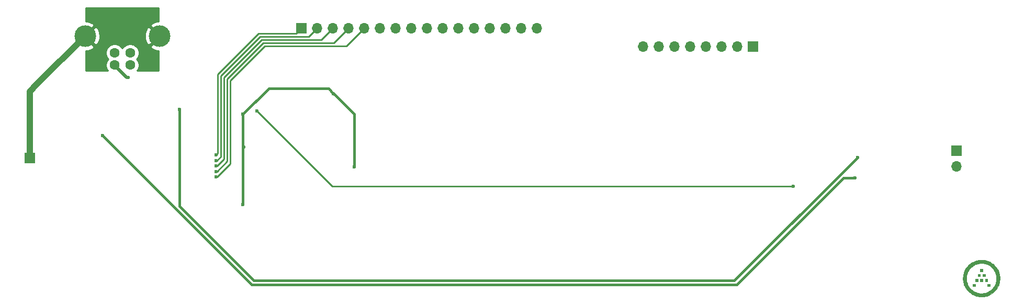
<source format=gbl>
G04 #@! TF.GenerationSoftware,KiCad,Pcbnew,(5.1.4)-1*
G04 #@! TF.CreationDate,2020-03-23T16:41:46+09:00*
G04 #@! TF.ProjectId,ssk-controller,73736b2d-636f-46e7-9472-6f6c6c65722e,rev?*
G04 #@! TF.SameCoordinates,Original*
G04 #@! TF.FileFunction,Copper,L2,Bot*
G04 #@! TF.FilePolarity,Positive*
%FSLAX46Y46*%
G04 Gerber Fmt 4.6, Leading zero omitted, Abs format (unit mm)*
G04 Created by KiCad (PCBNEW (5.1.4)-1) date 2020-03-23 16:41:46*
%MOMM*%
%LPD*%
G04 APERTURE LIST*
%ADD10C,0.010000*%
%ADD11O,1.700000X1.700000*%
%ADD12R,1.700000X1.700000*%
%ADD13C,3.500000*%
%ADD14C,1.600000*%
%ADD15C,0.600000*%
%ADD16C,0.254000*%
%ADD17C,0.381000*%
%ADD18C,0.500000*%
%ADD19C,1.000000*%
G04 APERTURE END LIST*
D10*
G36*
X253809500Y-93420500D02*
G01*
X254214312Y-93420500D01*
X254214312Y-93015688D01*
X253809500Y-93015688D01*
X253809500Y-93420500D01*
X253809500Y-93420500D01*
G37*
X253809500Y-93420500D02*
X254214312Y-93420500D01*
X254214312Y-93015688D01*
X253809500Y-93015688D01*
X253809500Y-93420500D01*
G36*
X253404687Y-94206313D02*
G01*
X253809500Y-94206313D01*
X253809500Y-93825313D01*
X253404687Y-93825313D01*
X253404687Y-94206313D01*
X253404687Y-94206313D01*
G37*
X253404687Y-94206313D02*
X253809500Y-94206313D01*
X253809500Y-93825313D01*
X253404687Y-93825313D01*
X253404687Y-94206313D01*
G36*
X254214312Y-94206313D02*
G01*
X254595312Y-94206313D01*
X254595312Y-93825313D01*
X254214312Y-93825313D01*
X254214312Y-94206313D01*
X254214312Y-94206313D01*
G37*
X254214312Y-94206313D02*
X254595312Y-94206313D01*
X254595312Y-93825313D01*
X254214312Y-93825313D01*
X254214312Y-94206313D01*
G36*
X253023687Y-95015938D02*
G01*
X253404687Y-95015938D01*
X253404687Y-94611125D01*
X253023687Y-94611125D01*
X253023687Y-95015938D01*
X253023687Y-95015938D01*
G37*
X253023687Y-95015938D02*
X253404687Y-95015938D01*
X253404687Y-94611125D01*
X253023687Y-94611125D01*
X253023687Y-95015938D01*
G36*
X253809500Y-95015938D02*
G01*
X254214312Y-95015938D01*
X254214312Y-94611125D01*
X253809500Y-94611125D01*
X253809500Y-95015938D01*
X253809500Y-95015938D01*
G37*
X253809500Y-95015938D02*
X254214312Y-95015938D01*
X254214312Y-94611125D01*
X253809500Y-94611125D01*
X253809500Y-95015938D01*
G36*
X254595312Y-95015938D02*
G01*
X255000125Y-95015938D01*
X255000125Y-94611125D01*
X254595312Y-94611125D01*
X254595312Y-95015938D01*
X254595312Y-95015938D01*
G37*
X254595312Y-95015938D02*
X255000125Y-95015938D01*
X255000125Y-94611125D01*
X254595312Y-94611125D01*
X254595312Y-95015938D01*
G36*
X252618875Y-95801750D02*
G01*
X253023687Y-95801750D01*
X253023687Y-95396938D01*
X252618875Y-95396938D01*
X252618875Y-95801750D01*
X252618875Y-95801750D01*
G37*
X252618875Y-95801750D02*
X253023687Y-95801750D01*
X253023687Y-95396938D01*
X252618875Y-95396938D01*
X252618875Y-95801750D01*
G36*
X255000125Y-95801750D02*
G01*
X255404937Y-95801750D01*
X255404937Y-95396938D01*
X255000125Y-95396938D01*
X255000125Y-95801750D01*
X255000125Y-95801750D01*
G37*
X255000125Y-95801750D02*
X255404937Y-95801750D01*
X255404937Y-95396938D01*
X255000125Y-95396938D01*
X255000125Y-95801750D01*
G36*
X253996031Y-91528045D02*
G01*
X253871913Y-91529415D01*
X253760201Y-91533572D01*
X253657608Y-91540919D01*
X253560844Y-91551860D01*
X253466622Y-91566798D01*
X253371653Y-91586137D01*
X253272649Y-91610281D01*
X253227370Y-91622418D01*
X253018823Y-91687656D01*
X252816735Y-91766992D01*
X252621872Y-91860028D01*
X252435001Y-91966368D01*
X252256886Y-92085616D01*
X252104740Y-92203617D01*
X251947072Y-92344342D01*
X251799735Y-92495787D01*
X251663414Y-92656885D01*
X251538792Y-92826567D01*
X251426553Y-93003766D01*
X251327380Y-93187416D01*
X251241958Y-93376447D01*
X251170970Y-93569793D01*
X251122216Y-93737803D01*
X251089145Y-93877789D01*
X251063785Y-94009725D01*
X251045393Y-94138997D01*
X251033225Y-94270993D01*
X251026539Y-94411100D01*
X251025886Y-94436500D01*
X251028605Y-94654797D01*
X251046800Y-94869580D01*
X251080465Y-95080821D01*
X251129594Y-95288489D01*
X251194181Y-95492555D01*
X251258378Y-95656487D01*
X251286461Y-95721752D01*
X251310523Y-95775910D01*
X251332392Y-95822613D01*
X251353893Y-95865513D01*
X251376854Y-95908263D01*
X251403100Y-95954515D01*
X251432225Y-96004156D01*
X251551444Y-96190427D01*
X251681548Y-96365153D01*
X251822671Y-96528465D01*
X251974945Y-96680496D01*
X252138503Y-96821380D01*
X252313476Y-96951248D01*
X252495844Y-97067775D01*
X252548673Y-97098744D01*
X252594586Y-97124721D01*
X252637235Y-97147531D01*
X252680272Y-97169001D01*
X252727349Y-97190957D01*
X252782119Y-97215225D01*
X252843513Y-97241622D01*
X252939746Y-97281169D01*
X253028464Y-97314208D01*
X253115578Y-97342695D01*
X253207002Y-97368589D01*
X253289594Y-97389322D01*
X253454110Y-97424876D01*
X253611205Y-97450553D01*
X253765433Y-97466893D01*
X253921351Y-97474436D01*
X254011906Y-97475013D01*
X254063125Y-97474498D01*
X254111246Y-97473793D01*
X254153126Y-97472960D01*
X254185622Y-97472063D01*
X254205590Y-97471165D01*
X254206375Y-97471109D01*
X254422549Y-97447157D01*
X254635306Y-97408170D01*
X254843787Y-97354467D01*
X255047132Y-97286363D01*
X255244484Y-97204176D01*
X255434982Y-97108225D01*
X255617768Y-96998826D01*
X255768724Y-96893796D01*
X255941651Y-96755449D01*
X256102335Y-96607088D01*
X256250549Y-96449039D01*
X256386071Y-96281632D01*
X256508676Y-96105194D01*
X256618139Y-95920052D01*
X256714237Y-95726535D01*
X256796744Y-95524971D01*
X256865437Y-95315688D01*
X256877582Y-95272630D01*
X256903948Y-95170835D01*
X256925333Y-95074511D01*
X256942141Y-94980367D01*
X256954775Y-94885117D01*
X256963640Y-94785470D01*
X256969138Y-94678140D01*
X256971674Y-94559836D01*
X256971955Y-94503969D01*
X256971280Y-94448608D01*
X256439206Y-94448608D01*
X256439103Y-94528746D01*
X256437437Y-94608410D01*
X256434241Y-94683537D01*
X256429544Y-94750060D01*
X256425824Y-94785750D01*
X256393950Y-94983048D01*
X256347299Y-95174663D01*
X256286049Y-95360222D01*
X256210381Y-95539349D01*
X256120473Y-95711669D01*
X256016506Y-95876809D01*
X255898659Y-96034393D01*
X255767112Y-96184047D01*
X255744776Y-96207260D01*
X255610542Y-96334334D01*
X255464840Y-96452270D01*
X255310369Y-96559090D01*
X255149831Y-96652816D01*
X255104042Y-96676504D01*
X255029634Y-96713153D01*
X254964393Y-96743372D01*
X254903896Y-96768940D01*
X254843722Y-96791634D01*
X254779449Y-96813233D01*
X254714375Y-96833227D01*
X254525162Y-96882640D01*
X254339411Y-96917091D01*
X254155673Y-96936714D01*
X253972497Y-96941642D01*
X253788436Y-96932011D01*
X253721894Y-96925031D01*
X253534562Y-96896087D01*
X253354981Y-96854278D01*
X253180643Y-96798854D01*
X253009041Y-96729064D01*
X252912084Y-96682866D01*
X252741452Y-96589447D01*
X252582036Y-96485712D01*
X252433078Y-96370974D01*
X252293821Y-96244550D01*
X252163506Y-96105754D01*
X252041376Y-95953903D01*
X251933108Y-95798259D01*
X251907982Y-95757068D01*
X251878659Y-95704940D01*
X251846959Y-95645496D01*
X251814701Y-95582356D01*
X251783707Y-95519140D01*
X251755794Y-95459467D01*
X251732785Y-95406957D01*
X251719347Y-95373125D01*
X251656480Y-95181584D01*
X251609084Y-94988845D01*
X251577200Y-94795450D01*
X251560870Y-94601940D01*
X251560132Y-94408857D01*
X251575028Y-94216742D01*
X251605598Y-94026136D01*
X251615401Y-93980094D01*
X251649050Y-93843801D01*
X251687358Y-93717618D01*
X251732296Y-93596007D01*
X251785837Y-93473432D01*
X251823496Y-93395958D01*
X251917201Y-93227110D01*
X252024026Y-93066673D01*
X252143202Y-92915368D01*
X252273963Y-92773914D01*
X252415540Y-92643031D01*
X252567166Y-92523440D01*
X252728073Y-92415860D01*
X252897493Y-92321011D01*
X253041675Y-92253480D01*
X253213303Y-92187085D01*
X253385857Y-92135087D01*
X253561344Y-92097078D01*
X253741774Y-92072651D01*
X253929155Y-92061397D01*
X253992062Y-92060507D01*
X254190157Y-92066877D01*
X254381785Y-92087522D01*
X254567719Y-92122673D01*
X254748735Y-92172567D01*
X254925606Y-92237435D01*
X255099106Y-92317513D01*
X255270009Y-92413035D01*
X255370706Y-92477244D01*
X255510139Y-92578772D01*
X255644337Y-92693278D01*
X255771659Y-92818839D01*
X255890465Y-92953531D01*
X255999114Y-93095431D01*
X256095965Y-93242615D01*
X256179378Y-93393161D01*
X256214174Y-93466080D01*
X256275577Y-93610939D01*
X256325808Y-93750178D01*
X256366065Y-93888126D01*
X256397544Y-94029114D01*
X256421444Y-94177471D01*
X256429845Y-94246000D01*
X256434608Y-94303170D01*
X256437718Y-94372061D01*
X256439206Y-94448608D01*
X256971280Y-94448608D01*
X256970210Y-94360973D01*
X256964336Y-94230106D01*
X256953762Y-94108025D01*
X256937915Y-93991385D01*
X256916223Y-93876844D01*
X256888113Y-93761059D01*
X256853014Y-93640687D01*
X256810353Y-93512384D01*
X256794659Y-93468125D01*
X256716274Y-93273406D01*
X256623434Y-93085072D01*
X256516328Y-92903385D01*
X256395148Y-92728608D01*
X256260083Y-92561003D01*
X256111326Y-92400833D01*
X255949067Y-92248360D01*
X255842229Y-92158179D01*
X255756400Y-92092686D01*
X255658861Y-92025360D01*
X255553252Y-91958412D01*
X255443214Y-91894055D01*
X255332387Y-91834500D01*
X255224411Y-91781958D01*
X255218406Y-91779215D01*
X255148446Y-91749342D01*
X255067265Y-91717956D01*
X254979233Y-91686536D01*
X254888721Y-91656562D01*
X254800099Y-91629511D01*
X254717736Y-91606864D01*
X254685850Y-91598971D01*
X254592625Y-91578203D01*
X254503651Y-91561543D01*
X254415647Y-91548652D01*
X254325331Y-91539195D01*
X254229422Y-91532832D01*
X254124640Y-91529228D01*
X254007705Y-91528044D01*
X253996031Y-91528045D01*
X253996031Y-91528045D01*
G37*
X253996031Y-91528045D02*
X253871913Y-91529415D01*
X253760201Y-91533572D01*
X253657608Y-91540919D01*
X253560844Y-91551860D01*
X253466622Y-91566798D01*
X253371653Y-91586137D01*
X253272649Y-91610281D01*
X253227370Y-91622418D01*
X253018823Y-91687656D01*
X252816735Y-91766992D01*
X252621872Y-91860028D01*
X252435001Y-91966368D01*
X252256886Y-92085616D01*
X252104740Y-92203617D01*
X251947072Y-92344342D01*
X251799735Y-92495787D01*
X251663414Y-92656885D01*
X251538792Y-92826567D01*
X251426553Y-93003766D01*
X251327380Y-93187416D01*
X251241958Y-93376447D01*
X251170970Y-93569793D01*
X251122216Y-93737803D01*
X251089145Y-93877789D01*
X251063785Y-94009725D01*
X251045393Y-94138997D01*
X251033225Y-94270993D01*
X251026539Y-94411100D01*
X251025886Y-94436500D01*
X251028605Y-94654797D01*
X251046800Y-94869580D01*
X251080465Y-95080821D01*
X251129594Y-95288489D01*
X251194181Y-95492555D01*
X251258378Y-95656487D01*
X251286461Y-95721752D01*
X251310523Y-95775910D01*
X251332392Y-95822613D01*
X251353893Y-95865513D01*
X251376854Y-95908263D01*
X251403100Y-95954515D01*
X251432225Y-96004156D01*
X251551444Y-96190427D01*
X251681548Y-96365153D01*
X251822671Y-96528465D01*
X251974945Y-96680496D01*
X252138503Y-96821380D01*
X252313476Y-96951248D01*
X252495844Y-97067775D01*
X252548673Y-97098744D01*
X252594586Y-97124721D01*
X252637235Y-97147531D01*
X252680272Y-97169001D01*
X252727349Y-97190957D01*
X252782119Y-97215225D01*
X252843513Y-97241622D01*
X252939746Y-97281169D01*
X253028464Y-97314208D01*
X253115578Y-97342695D01*
X253207002Y-97368589D01*
X253289594Y-97389322D01*
X253454110Y-97424876D01*
X253611205Y-97450553D01*
X253765433Y-97466893D01*
X253921351Y-97474436D01*
X254011906Y-97475013D01*
X254063125Y-97474498D01*
X254111246Y-97473793D01*
X254153126Y-97472960D01*
X254185622Y-97472063D01*
X254205590Y-97471165D01*
X254206375Y-97471109D01*
X254422549Y-97447157D01*
X254635306Y-97408170D01*
X254843787Y-97354467D01*
X255047132Y-97286363D01*
X255244484Y-97204176D01*
X255434982Y-97108225D01*
X255617768Y-96998826D01*
X255768724Y-96893796D01*
X255941651Y-96755449D01*
X256102335Y-96607088D01*
X256250549Y-96449039D01*
X256386071Y-96281632D01*
X256508676Y-96105194D01*
X256618139Y-95920052D01*
X256714237Y-95726535D01*
X256796744Y-95524971D01*
X256865437Y-95315688D01*
X256877582Y-95272630D01*
X256903948Y-95170835D01*
X256925333Y-95074511D01*
X256942141Y-94980367D01*
X256954775Y-94885117D01*
X256963640Y-94785470D01*
X256969138Y-94678140D01*
X256971674Y-94559836D01*
X256971955Y-94503969D01*
X256971280Y-94448608D01*
X256439206Y-94448608D01*
X256439103Y-94528746D01*
X256437437Y-94608410D01*
X256434241Y-94683537D01*
X256429544Y-94750060D01*
X256425824Y-94785750D01*
X256393950Y-94983048D01*
X256347299Y-95174663D01*
X256286049Y-95360222D01*
X256210381Y-95539349D01*
X256120473Y-95711669D01*
X256016506Y-95876809D01*
X255898659Y-96034393D01*
X255767112Y-96184047D01*
X255744776Y-96207260D01*
X255610542Y-96334334D01*
X255464840Y-96452270D01*
X255310369Y-96559090D01*
X255149831Y-96652816D01*
X255104042Y-96676504D01*
X255029634Y-96713153D01*
X254964393Y-96743372D01*
X254903896Y-96768940D01*
X254843722Y-96791634D01*
X254779449Y-96813233D01*
X254714375Y-96833227D01*
X254525162Y-96882640D01*
X254339411Y-96917091D01*
X254155673Y-96936714D01*
X253972497Y-96941642D01*
X253788436Y-96932011D01*
X253721894Y-96925031D01*
X253534562Y-96896087D01*
X253354981Y-96854278D01*
X253180643Y-96798854D01*
X253009041Y-96729064D01*
X252912084Y-96682866D01*
X252741452Y-96589447D01*
X252582036Y-96485712D01*
X252433078Y-96370974D01*
X252293821Y-96244550D01*
X252163506Y-96105754D01*
X252041376Y-95953903D01*
X251933108Y-95798259D01*
X251907982Y-95757068D01*
X251878659Y-95704940D01*
X251846959Y-95645496D01*
X251814701Y-95582356D01*
X251783707Y-95519140D01*
X251755794Y-95459467D01*
X251732785Y-95406957D01*
X251719347Y-95373125D01*
X251656480Y-95181584D01*
X251609084Y-94988845D01*
X251577200Y-94795450D01*
X251560870Y-94601940D01*
X251560132Y-94408857D01*
X251575028Y-94216742D01*
X251605598Y-94026136D01*
X251615401Y-93980094D01*
X251649050Y-93843801D01*
X251687358Y-93717618D01*
X251732296Y-93596007D01*
X251785837Y-93473432D01*
X251823496Y-93395958D01*
X251917201Y-93227110D01*
X252024026Y-93066673D01*
X252143202Y-92915368D01*
X252273963Y-92773914D01*
X252415540Y-92643031D01*
X252567166Y-92523440D01*
X252728073Y-92415860D01*
X252897493Y-92321011D01*
X253041675Y-92253480D01*
X253213303Y-92187085D01*
X253385857Y-92135087D01*
X253561344Y-92097078D01*
X253741774Y-92072651D01*
X253929155Y-92061397D01*
X253992062Y-92060507D01*
X254190157Y-92066877D01*
X254381785Y-92087522D01*
X254567719Y-92122673D01*
X254748735Y-92172567D01*
X254925606Y-92237435D01*
X255099106Y-92317513D01*
X255270009Y-92413035D01*
X255370706Y-92477244D01*
X255510139Y-92578772D01*
X255644337Y-92693278D01*
X255771659Y-92818839D01*
X255890465Y-92953531D01*
X255999114Y-93095431D01*
X256095965Y-93242615D01*
X256179378Y-93393161D01*
X256214174Y-93466080D01*
X256275577Y-93610939D01*
X256325808Y-93750178D01*
X256366065Y-93888126D01*
X256397544Y-94029114D01*
X256421444Y-94177471D01*
X256429845Y-94246000D01*
X256434608Y-94303170D01*
X256437718Y-94372061D01*
X256439206Y-94448608D01*
X256971280Y-94448608D01*
X256970210Y-94360973D01*
X256964336Y-94230106D01*
X256953762Y-94108025D01*
X256937915Y-93991385D01*
X256916223Y-93876844D01*
X256888113Y-93761059D01*
X256853014Y-93640687D01*
X256810353Y-93512384D01*
X256794659Y-93468125D01*
X256716274Y-93273406D01*
X256623434Y-93085072D01*
X256516328Y-92903385D01*
X256395148Y-92728608D01*
X256260083Y-92561003D01*
X256111326Y-92400833D01*
X255949067Y-92248360D01*
X255842229Y-92158179D01*
X255756400Y-92092686D01*
X255658861Y-92025360D01*
X255553252Y-91958412D01*
X255443214Y-91894055D01*
X255332387Y-91834500D01*
X255224411Y-91781958D01*
X255218406Y-91779215D01*
X255148446Y-91749342D01*
X255067265Y-91717956D01*
X254979233Y-91686536D01*
X254888721Y-91656562D01*
X254800099Y-91629511D01*
X254717736Y-91606864D01*
X254685850Y-91598971D01*
X254592625Y-91578203D01*
X254503651Y-91561543D01*
X254415647Y-91548652D01*
X254325331Y-91539195D01*
X254229422Y-91532832D01*
X254124640Y-91529228D01*
X254007705Y-91528044D01*
X253996031Y-91528045D01*
D11*
X250000000Y-76358750D03*
D12*
X250000000Y-73818750D03*
X100000000Y-75000000D03*
D11*
X199220000Y-57000000D03*
X201760000Y-57000000D03*
X204300000Y-57000000D03*
X206840000Y-57000000D03*
X209380000Y-57000000D03*
X211920000Y-57000000D03*
X214460000Y-57000000D03*
D12*
X217000000Y-57000000D03*
D11*
X182100000Y-54000000D03*
X179560000Y-54000000D03*
X177020000Y-54000000D03*
X174480000Y-54000000D03*
X171940000Y-54000000D03*
X169400000Y-54000000D03*
X166860000Y-54000000D03*
X164320000Y-54000000D03*
X161780000Y-54000000D03*
X159240000Y-54000000D03*
X156700000Y-54000000D03*
X154160000Y-54000000D03*
X151620000Y-54000000D03*
X149080000Y-54000000D03*
X146540000Y-54000000D03*
D12*
X144000000Y-54000000D03*
D13*
X108980000Y-55290000D03*
X121020000Y-55290000D03*
D14*
X113750000Y-58000000D03*
X116250000Y-58000000D03*
X113750000Y-60000000D03*
X116250000Y-60000000D03*
D15*
X130175000Y-75438000D03*
X134620000Y-73279000D03*
X134493000Y-67945000D03*
X152527000Y-76454000D03*
X233934000Y-74930000D03*
X124206000Y-67183000D03*
X149161500Y-64579500D03*
X134493000Y-82550000D03*
X130175000Y-76327000D03*
X130175000Y-77216000D03*
X130175000Y-78105000D03*
X130175000Y-74549000D03*
X233553000Y-78232000D03*
X111760000Y-71374000D03*
X115951000Y-61976000D03*
X136779000Y-67437000D03*
X223520000Y-79629000D03*
D16*
X130302000Y-75438000D02*
X130175000Y-75438000D01*
X130937000Y-74803000D02*
X130302000Y-75438000D01*
X130937000Y-61722000D02*
X130937000Y-74803000D01*
X137287000Y-55372000D02*
X130937000Y-61722000D01*
X146540000Y-54000000D02*
X145168000Y-55372000D01*
X145168000Y-55372000D02*
X137287000Y-55372000D01*
D17*
X134620000Y-73279000D02*
X134493000Y-73152000D01*
X134493000Y-73152000D02*
X134493000Y-67945000D01*
X134493000Y-73406000D02*
X134620000Y-73279000D01*
X134493000Y-82042000D02*
X134493000Y-73406000D01*
X213995000Y-94869000D02*
X233934000Y-74930000D01*
X136271000Y-94869000D02*
X213995000Y-94869000D01*
X124206000Y-67183000D02*
X124206000Y-82804000D01*
X124206000Y-82804000D02*
X136271000Y-94869000D01*
X138684000Y-63754000D02*
X134493000Y-67945000D01*
X152527000Y-76454000D02*
X152527000Y-67945000D01*
X152527000Y-67945000D02*
X149352000Y-64770000D01*
X147955000Y-63754000D02*
X148336000Y-63754000D01*
X147955000Y-63754000D02*
X138684000Y-63754000D01*
X148336000Y-63754000D02*
X149161500Y-64579500D01*
X149161500Y-64579500D02*
X149352000Y-64770000D01*
X134493000Y-82042000D02*
X134493000Y-82550000D01*
D16*
X147200000Y-55880000D02*
X149080000Y-54000000D01*
X137541000Y-55880000D02*
X147200000Y-55880000D01*
X131445000Y-61976000D02*
X137541000Y-55880000D01*
X131445000Y-75184000D02*
X131445000Y-61976000D01*
X130175000Y-76327000D02*
X130302000Y-76327000D01*
X130302000Y-76327000D02*
X131445000Y-75184000D01*
X149232000Y-56388000D02*
X151620000Y-54000000D01*
X137795000Y-56388000D02*
X149232000Y-56388000D01*
X131953000Y-62230000D02*
X137795000Y-56388000D01*
X131953000Y-75565000D02*
X131953000Y-62230000D01*
X130302000Y-77216000D02*
X131953000Y-75565000D01*
X130175000Y-77216000D02*
X130302000Y-77216000D01*
X138049000Y-56896000D02*
X151264000Y-56896000D01*
X151264000Y-56896000D02*
X154160000Y-54000000D01*
X132461000Y-62484000D02*
X138049000Y-56896000D01*
X132461000Y-75946000D02*
X132461000Y-62484000D01*
X130175000Y-78105000D02*
X130302000Y-78105000D01*
X130302000Y-78105000D02*
X132461000Y-75946000D01*
X143136000Y-54864000D02*
X144000000Y-54000000D01*
X137033000Y-54864000D02*
X143136000Y-54864000D01*
X130429000Y-61468000D02*
X137033000Y-54864000D01*
X130175000Y-74549000D02*
X130429000Y-74295000D01*
X130429000Y-74295000D02*
X130429000Y-61468000D01*
D17*
X135890000Y-95504000D02*
X112522000Y-72136000D01*
X214376000Y-95504000D02*
X135890000Y-95504000D01*
X233553000Y-78232000D02*
X231648000Y-78232000D01*
X231648000Y-78232000D02*
X214376000Y-95504000D01*
X112522000Y-72136000D02*
X111760000Y-71374000D01*
X113750000Y-60000000D02*
X113750000Y-60029000D01*
D18*
X113750000Y-60029000D02*
X115697000Y-61976000D01*
X115697000Y-61976000D02*
X115951000Y-61976000D01*
D16*
X136779000Y-67437000D02*
X148971000Y-79629000D01*
X148971000Y-79629000D02*
X221361000Y-79629000D01*
X221361000Y-79629000D02*
X223520000Y-79629000D01*
D18*
X118435000Y-52705000D02*
X121020000Y-55290000D01*
X108980000Y-55290000D02*
X111565000Y-52705000D01*
X111565000Y-52705000D02*
X118435000Y-52705000D01*
D19*
X100000000Y-64270000D02*
X101135000Y-63135000D01*
X100000000Y-75000000D02*
X100000000Y-64270000D01*
X101135000Y-63135000D02*
X108980000Y-55290000D01*
D16*
G36*
X120873000Y-52906506D02*
G01*
X120520189Y-52946158D01*
X120072532Y-53088703D01*
X119716073Y-53279234D01*
X119529997Y-53620391D01*
X120873000Y-54963395D01*
X120873000Y-55616605D01*
X119529997Y-56959609D01*
X119716073Y-57300766D01*
X120133409Y-57516513D01*
X120584815Y-57646696D01*
X120873000Y-57671085D01*
X120873000Y-60873000D01*
X117392539Y-60873000D01*
X117521680Y-60679727D01*
X117629853Y-60418574D01*
X117685000Y-60141335D01*
X117685000Y-59858665D01*
X117629853Y-59581426D01*
X117521680Y-59320273D01*
X117364637Y-59085241D01*
X117279396Y-59000000D01*
X117364637Y-58914759D01*
X117521680Y-58679727D01*
X117629853Y-58418574D01*
X117685000Y-58141335D01*
X117685000Y-57858665D01*
X117629853Y-57581426D01*
X117521680Y-57320273D01*
X117364637Y-57085241D01*
X117164759Y-56885363D01*
X116929727Y-56728320D01*
X116668574Y-56620147D01*
X116391335Y-56565000D01*
X116108665Y-56565000D01*
X115831426Y-56620147D01*
X115570273Y-56728320D01*
X115335241Y-56885363D01*
X115135363Y-57085241D01*
X115000000Y-57287827D01*
X114864637Y-57085241D01*
X114664759Y-56885363D01*
X114429727Y-56728320D01*
X114168574Y-56620147D01*
X113891335Y-56565000D01*
X113608665Y-56565000D01*
X113331426Y-56620147D01*
X113070273Y-56728320D01*
X112835241Y-56885363D01*
X112635363Y-57085241D01*
X112478320Y-57320273D01*
X112370147Y-57581426D01*
X112315000Y-57858665D01*
X112315000Y-58141335D01*
X112370147Y-58418574D01*
X112478320Y-58679727D01*
X112635363Y-58914759D01*
X112720604Y-59000000D01*
X112635363Y-59085241D01*
X112478320Y-59320273D01*
X112370147Y-59581426D01*
X112315000Y-59858665D01*
X112315000Y-60141335D01*
X112370147Y-60418574D01*
X112478320Y-60679727D01*
X112607461Y-60873000D01*
X109127000Y-60873000D01*
X109127000Y-57673494D01*
X109479811Y-57633842D01*
X109927468Y-57491297D01*
X110283927Y-57300766D01*
X110470003Y-56959609D01*
X109127000Y-55616605D01*
X109127000Y-55290000D01*
X109159605Y-55290000D01*
X110649609Y-56780003D01*
X110990766Y-56593927D01*
X111206513Y-56176591D01*
X111336696Y-55725185D01*
X111370736Y-55322946D01*
X118623687Y-55322946D01*
X118676158Y-55789811D01*
X118818703Y-56237468D01*
X119009234Y-56593927D01*
X119350391Y-56780003D01*
X120840395Y-55290000D01*
X119350391Y-53799997D01*
X119009234Y-53986073D01*
X118793487Y-54403409D01*
X118663304Y-54854815D01*
X118623687Y-55322946D01*
X111370736Y-55322946D01*
X111376313Y-55257054D01*
X111323842Y-54790189D01*
X111181297Y-54342532D01*
X110990766Y-53986073D01*
X110649609Y-53799997D01*
X109159605Y-55290000D01*
X109127000Y-55290000D01*
X109127000Y-54963395D01*
X110470003Y-53620391D01*
X110283927Y-53279234D01*
X109866591Y-53063487D01*
X109415185Y-52933304D01*
X109127000Y-52908915D01*
X109127000Y-50710000D01*
X120873000Y-50710000D01*
X120873000Y-52906506D01*
X120873000Y-52906506D01*
G37*
X120873000Y-52906506D02*
X120520189Y-52946158D01*
X120072532Y-53088703D01*
X119716073Y-53279234D01*
X119529997Y-53620391D01*
X120873000Y-54963395D01*
X120873000Y-55616605D01*
X119529997Y-56959609D01*
X119716073Y-57300766D01*
X120133409Y-57516513D01*
X120584815Y-57646696D01*
X120873000Y-57671085D01*
X120873000Y-60873000D01*
X117392539Y-60873000D01*
X117521680Y-60679727D01*
X117629853Y-60418574D01*
X117685000Y-60141335D01*
X117685000Y-59858665D01*
X117629853Y-59581426D01*
X117521680Y-59320273D01*
X117364637Y-59085241D01*
X117279396Y-59000000D01*
X117364637Y-58914759D01*
X117521680Y-58679727D01*
X117629853Y-58418574D01*
X117685000Y-58141335D01*
X117685000Y-57858665D01*
X117629853Y-57581426D01*
X117521680Y-57320273D01*
X117364637Y-57085241D01*
X117164759Y-56885363D01*
X116929727Y-56728320D01*
X116668574Y-56620147D01*
X116391335Y-56565000D01*
X116108665Y-56565000D01*
X115831426Y-56620147D01*
X115570273Y-56728320D01*
X115335241Y-56885363D01*
X115135363Y-57085241D01*
X115000000Y-57287827D01*
X114864637Y-57085241D01*
X114664759Y-56885363D01*
X114429727Y-56728320D01*
X114168574Y-56620147D01*
X113891335Y-56565000D01*
X113608665Y-56565000D01*
X113331426Y-56620147D01*
X113070273Y-56728320D01*
X112835241Y-56885363D01*
X112635363Y-57085241D01*
X112478320Y-57320273D01*
X112370147Y-57581426D01*
X112315000Y-57858665D01*
X112315000Y-58141335D01*
X112370147Y-58418574D01*
X112478320Y-58679727D01*
X112635363Y-58914759D01*
X112720604Y-59000000D01*
X112635363Y-59085241D01*
X112478320Y-59320273D01*
X112370147Y-59581426D01*
X112315000Y-59858665D01*
X112315000Y-60141335D01*
X112370147Y-60418574D01*
X112478320Y-60679727D01*
X112607461Y-60873000D01*
X109127000Y-60873000D01*
X109127000Y-57673494D01*
X109479811Y-57633842D01*
X109927468Y-57491297D01*
X110283927Y-57300766D01*
X110470003Y-56959609D01*
X109127000Y-55616605D01*
X109127000Y-55290000D01*
X109159605Y-55290000D01*
X110649609Y-56780003D01*
X110990766Y-56593927D01*
X111206513Y-56176591D01*
X111336696Y-55725185D01*
X111370736Y-55322946D01*
X118623687Y-55322946D01*
X118676158Y-55789811D01*
X118818703Y-56237468D01*
X119009234Y-56593927D01*
X119350391Y-56780003D01*
X120840395Y-55290000D01*
X119350391Y-53799997D01*
X119009234Y-53986073D01*
X118793487Y-54403409D01*
X118663304Y-54854815D01*
X118623687Y-55322946D01*
X111370736Y-55322946D01*
X111376313Y-55257054D01*
X111323842Y-54790189D01*
X111181297Y-54342532D01*
X110990766Y-53986073D01*
X110649609Y-53799997D01*
X109159605Y-55290000D01*
X109127000Y-55290000D01*
X109127000Y-54963395D01*
X110470003Y-53620391D01*
X110283927Y-53279234D01*
X109866591Y-53063487D01*
X109415185Y-52933304D01*
X109127000Y-52908915D01*
X109127000Y-50710000D01*
X120873000Y-50710000D01*
X120873000Y-52906506D01*
M02*

</source>
